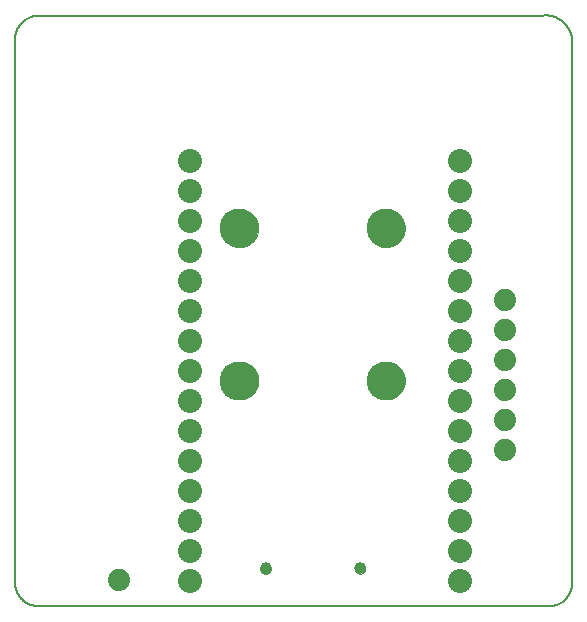
<source format=gbs>
G75*
%MOIN*%
%OFA0B0*%
%FSLAX25Y25*%
%IPPOS*%
%LPD*%
%AMOC8*
5,1,8,0,0,1.08239X$1,22.5*
%
%ADD10C,0.00700*%
%ADD11C,0.00000*%
%ADD12C,0.12998*%
%ADD13C,0.03900*%
%ADD14C,0.08000*%
%ADD15C,0.07400*%
D10*
X0016222Y0028529D02*
X0186207Y0028529D01*
X0186397Y0028531D01*
X0186587Y0028538D01*
X0186777Y0028550D01*
X0186967Y0028566D01*
X0187156Y0028586D01*
X0187345Y0028612D01*
X0187533Y0028641D01*
X0187720Y0028676D01*
X0187906Y0028715D01*
X0188091Y0028758D01*
X0188276Y0028806D01*
X0188459Y0028858D01*
X0188640Y0028914D01*
X0188820Y0028975D01*
X0188999Y0029041D01*
X0189176Y0029110D01*
X0189352Y0029184D01*
X0189525Y0029262D01*
X0189697Y0029345D01*
X0189866Y0029431D01*
X0190034Y0029521D01*
X0190199Y0029616D01*
X0190362Y0029714D01*
X0190522Y0029817D01*
X0190680Y0029923D01*
X0190835Y0030033D01*
X0190988Y0030146D01*
X0191138Y0030264D01*
X0191284Y0030385D01*
X0191428Y0030509D01*
X0191569Y0030637D01*
X0191707Y0030768D01*
X0191842Y0030903D01*
X0191973Y0031041D01*
X0192101Y0031182D01*
X0192225Y0031326D01*
X0192346Y0031472D01*
X0192464Y0031622D01*
X0192577Y0031775D01*
X0192687Y0031930D01*
X0192793Y0032088D01*
X0192896Y0032248D01*
X0192994Y0032411D01*
X0193089Y0032576D01*
X0193179Y0032744D01*
X0193265Y0032913D01*
X0193348Y0033085D01*
X0193426Y0033258D01*
X0193500Y0033434D01*
X0193569Y0033611D01*
X0193635Y0033790D01*
X0193696Y0033970D01*
X0193752Y0034151D01*
X0193804Y0034334D01*
X0193852Y0034519D01*
X0193895Y0034704D01*
X0193934Y0034890D01*
X0193969Y0035077D01*
X0193998Y0035265D01*
X0194024Y0035454D01*
X0194044Y0035643D01*
X0194060Y0035833D01*
X0194072Y0036023D01*
X0194079Y0036213D01*
X0194081Y0036403D01*
X0194081Y0217506D01*
X0194080Y0217505D02*
X0194054Y0217719D01*
X0194023Y0217932D01*
X0193986Y0218144D01*
X0193944Y0218356D01*
X0193897Y0218566D01*
X0193845Y0218775D01*
X0193788Y0218983D01*
X0193726Y0219189D01*
X0193659Y0219394D01*
X0193588Y0219597D01*
X0193511Y0219798D01*
X0193429Y0219997D01*
X0193343Y0220195D01*
X0193252Y0220390D01*
X0193156Y0220583D01*
X0193055Y0220773D01*
X0192950Y0220961D01*
X0192841Y0221147D01*
X0192727Y0221329D01*
X0192608Y0221509D01*
X0192486Y0221686D01*
X0192359Y0221860D01*
X0192228Y0222031D01*
X0192092Y0222199D01*
X0191953Y0222363D01*
X0191810Y0222524D01*
X0191663Y0222682D01*
X0191512Y0222835D01*
X0191358Y0222986D01*
X0191200Y0223132D01*
X0191038Y0223275D01*
X0190874Y0223413D01*
X0190705Y0223548D01*
X0190534Y0223678D01*
X0190360Y0223804D01*
X0190182Y0223926D01*
X0190002Y0224044D01*
X0189818Y0224157D01*
X0189633Y0224266D01*
X0189444Y0224371D01*
X0189253Y0224470D01*
X0189060Y0224565D01*
X0188864Y0224656D01*
X0188667Y0224741D01*
X0188467Y0224822D01*
X0188266Y0224898D01*
X0188062Y0224969D01*
X0187857Y0225035D01*
X0187651Y0225097D01*
X0187443Y0225153D01*
X0187234Y0225204D01*
X0187023Y0225250D01*
X0186812Y0225291D01*
X0186599Y0225327D01*
X0186386Y0225358D01*
X0186172Y0225383D01*
X0185958Y0225404D01*
X0185743Y0225419D01*
X0185528Y0225429D01*
X0185313Y0225434D01*
X0185097Y0225433D01*
X0184882Y0225428D01*
X0184667Y0225417D01*
X0184452Y0225401D01*
X0184238Y0225379D01*
X0184238Y0225380D02*
X0016222Y0225380D01*
X0016032Y0225378D01*
X0015842Y0225371D01*
X0015652Y0225359D01*
X0015462Y0225343D01*
X0015273Y0225323D01*
X0015084Y0225297D01*
X0014896Y0225268D01*
X0014709Y0225233D01*
X0014523Y0225194D01*
X0014338Y0225151D01*
X0014153Y0225103D01*
X0013970Y0225051D01*
X0013789Y0224995D01*
X0013609Y0224934D01*
X0013430Y0224868D01*
X0013253Y0224799D01*
X0013077Y0224725D01*
X0012904Y0224647D01*
X0012732Y0224564D01*
X0012563Y0224478D01*
X0012395Y0224388D01*
X0012230Y0224293D01*
X0012067Y0224195D01*
X0011907Y0224092D01*
X0011749Y0223986D01*
X0011594Y0223876D01*
X0011441Y0223763D01*
X0011291Y0223645D01*
X0011145Y0223524D01*
X0011001Y0223400D01*
X0010860Y0223272D01*
X0010722Y0223141D01*
X0010587Y0223006D01*
X0010456Y0222868D01*
X0010328Y0222727D01*
X0010204Y0222583D01*
X0010083Y0222437D01*
X0009965Y0222287D01*
X0009852Y0222134D01*
X0009742Y0221979D01*
X0009636Y0221821D01*
X0009533Y0221661D01*
X0009435Y0221498D01*
X0009340Y0221333D01*
X0009250Y0221165D01*
X0009164Y0220996D01*
X0009081Y0220824D01*
X0009003Y0220651D01*
X0008929Y0220475D01*
X0008860Y0220298D01*
X0008794Y0220119D01*
X0008733Y0219939D01*
X0008677Y0219758D01*
X0008625Y0219575D01*
X0008577Y0219390D01*
X0008534Y0219205D01*
X0008495Y0219019D01*
X0008460Y0218832D01*
X0008431Y0218644D01*
X0008405Y0218455D01*
X0008385Y0218266D01*
X0008369Y0218076D01*
X0008357Y0217886D01*
X0008350Y0217696D01*
X0008348Y0217506D01*
X0008348Y0036403D01*
X0008350Y0036213D01*
X0008357Y0036023D01*
X0008369Y0035833D01*
X0008385Y0035643D01*
X0008405Y0035454D01*
X0008431Y0035265D01*
X0008460Y0035077D01*
X0008495Y0034890D01*
X0008534Y0034704D01*
X0008577Y0034519D01*
X0008625Y0034334D01*
X0008677Y0034151D01*
X0008733Y0033970D01*
X0008794Y0033790D01*
X0008860Y0033611D01*
X0008929Y0033434D01*
X0009003Y0033258D01*
X0009081Y0033085D01*
X0009164Y0032913D01*
X0009250Y0032744D01*
X0009340Y0032576D01*
X0009435Y0032411D01*
X0009533Y0032248D01*
X0009636Y0032088D01*
X0009742Y0031930D01*
X0009852Y0031775D01*
X0009965Y0031622D01*
X0010083Y0031472D01*
X0010204Y0031326D01*
X0010328Y0031182D01*
X0010456Y0031041D01*
X0010587Y0030903D01*
X0010722Y0030768D01*
X0010860Y0030637D01*
X0011001Y0030509D01*
X0011145Y0030385D01*
X0011291Y0030264D01*
X0011441Y0030146D01*
X0011594Y0030033D01*
X0011749Y0029923D01*
X0011907Y0029817D01*
X0012067Y0029714D01*
X0012230Y0029616D01*
X0012395Y0029521D01*
X0012563Y0029431D01*
X0012732Y0029345D01*
X0012904Y0029262D01*
X0013077Y0029184D01*
X0013253Y0029110D01*
X0013430Y0029041D01*
X0013609Y0028975D01*
X0013789Y0028914D01*
X0013970Y0028858D01*
X0014153Y0028806D01*
X0014338Y0028758D01*
X0014523Y0028715D01*
X0014709Y0028676D01*
X0014896Y0028641D01*
X0015084Y0028612D01*
X0015273Y0028586D01*
X0015462Y0028566D01*
X0015652Y0028550D01*
X0015842Y0028538D01*
X0016032Y0028531D01*
X0016222Y0028529D01*
D11*
X0076853Y0103726D02*
X0076855Y0103884D01*
X0076861Y0104042D01*
X0076871Y0104200D01*
X0076885Y0104358D01*
X0076903Y0104515D01*
X0076924Y0104672D01*
X0076950Y0104828D01*
X0076980Y0104984D01*
X0077013Y0105139D01*
X0077051Y0105292D01*
X0077092Y0105445D01*
X0077137Y0105597D01*
X0077186Y0105748D01*
X0077239Y0105897D01*
X0077295Y0106045D01*
X0077355Y0106191D01*
X0077419Y0106336D01*
X0077487Y0106479D01*
X0077558Y0106621D01*
X0077632Y0106761D01*
X0077710Y0106898D01*
X0077792Y0107034D01*
X0077876Y0107168D01*
X0077965Y0107299D01*
X0078056Y0107428D01*
X0078151Y0107555D01*
X0078248Y0107680D01*
X0078349Y0107802D01*
X0078453Y0107921D01*
X0078560Y0108038D01*
X0078670Y0108152D01*
X0078783Y0108263D01*
X0078898Y0108372D01*
X0079016Y0108477D01*
X0079137Y0108579D01*
X0079260Y0108679D01*
X0079386Y0108775D01*
X0079514Y0108868D01*
X0079644Y0108958D01*
X0079777Y0109044D01*
X0079912Y0109128D01*
X0080048Y0109207D01*
X0080187Y0109284D01*
X0080328Y0109356D01*
X0080470Y0109426D01*
X0080614Y0109491D01*
X0080760Y0109553D01*
X0080907Y0109611D01*
X0081056Y0109666D01*
X0081206Y0109717D01*
X0081357Y0109764D01*
X0081509Y0109807D01*
X0081662Y0109846D01*
X0081817Y0109882D01*
X0081972Y0109913D01*
X0082128Y0109941D01*
X0082284Y0109965D01*
X0082441Y0109985D01*
X0082599Y0110001D01*
X0082756Y0110013D01*
X0082915Y0110021D01*
X0083073Y0110025D01*
X0083231Y0110025D01*
X0083389Y0110021D01*
X0083548Y0110013D01*
X0083705Y0110001D01*
X0083863Y0109985D01*
X0084020Y0109965D01*
X0084176Y0109941D01*
X0084332Y0109913D01*
X0084487Y0109882D01*
X0084642Y0109846D01*
X0084795Y0109807D01*
X0084947Y0109764D01*
X0085098Y0109717D01*
X0085248Y0109666D01*
X0085397Y0109611D01*
X0085544Y0109553D01*
X0085690Y0109491D01*
X0085834Y0109426D01*
X0085976Y0109356D01*
X0086117Y0109284D01*
X0086256Y0109207D01*
X0086392Y0109128D01*
X0086527Y0109044D01*
X0086660Y0108958D01*
X0086790Y0108868D01*
X0086918Y0108775D01*
X0087044Y0108679D01*
X0087167Y0108579D01*
X0087288Y0108477D01*
X0087406Y0108372D01*
X0087521Y0108263D01*
X0087634Y0108152D01*
X0087744Y0108038D01*
X0087851Y0107921D01*
X0087955Y0107802D01*
X0088056Y0107680D01*
X0088153Y0107555D01*
X0088248Y0107428D01*
X0088339Y0107299D01*
X0088428Y0107168D01*
X0088512Y0107034D01*
X0088594Y0106898D01*
X0088672Y0106761D01*
X0088746Y0106621D01*
X0088817Y0106479D01*
X0088885Y0106336D01*
X0088949Y0106191D01*
X0089009Y0106045D01*
X0089065Y0105897D01*
X0089118Y0105748D01*
X0089167Y0105597D01*
X0089212Y0105445D01*
X0089253Y0105292D01*
X0089291Y0105139D01*
X0089324Y0104984D01*
X0089354Y0104828D01*
X0089380Y0104672D01*
X0089401Y0104515D01*
X0089419Y0104358D01*
X0089433Y0104200D01*
X0089443Y0104042D01*
X0089449Y0103884D01*
X0089451Y0103726D01*
X0089449Y0103568D01*
X0089443Y0103410D01*
X0089433Y0103252D01*
X0089419Y0103094D01*
X0089401Y0102937D01*
X0089380Y0102780D01*
X0089354Y0102624D01*
X0089324Y0102468D01*
X0089291Y0102313D01*
X0089253Y0102160D01*
X0089212Y0102007D01*
X0089167Y0101855D01*
X0089118Y0101704D01*
X0089065Y0101555D01*
X0089009Y0101407D01*
X0088949Y0101261D01*
X0088885Y0101116D01*
X0088817Y0100973D01*
X0088746Y0100831D01*
X0088672Y0100691D01*
X0088594Y0100554D01*
X0088512Y0100418D01*
X0088428Y0100284D01*
X0088339Y0100153D01*
X0088248Y0100024D01*
X0088153Y0099897D01*
X0088056Y0099772D01*
X0087955Y0099650D01*
X0087851Y0099531D01*
X0087744Y0099414D01*
X0087634Y0099300D01*
X0087521Y0099189D01*
X0087406Y0099080D01*
X0087288Y0098975D01*
X0087167Y0098873D01*
X0087044Y0098773D01*
X0086918Y0098677D01*
X0086790Y0098584D01*
X0086660Y0098494D01*
X0086527Y0098408D01*
X0086392Y0098324D01*
X0086256Y0098245D01*
X0086117Y0098168D01*
X0085976Y0098096D01*
X0085834Y0098026D01*
X0085690Y0097961D01*
X0085544Y0097899D01*
X0085397Y0097841D01*
X0085248Y0097786D01*
X0085098Y0097735D01*
X0084947Y0097688D01*
X0084795Y0097645D01*
X0084642Y0097606D01*
X0084487Y0097570D01*
X0084332Y0097539D01*
X0084176Y0097511D01*
X0084020Y0097487D01*
X0083863Y0097467D01*
X0083705Y0097451D01*
X0083548Y0097439D01*
X0083389Y0097431D01*
X0083231Y0097427D01*
X0083073Y0097427D01*
X0082915Y0097431D01*
X0082756Y0097439D01*
X0082599Y0097451D01*
X0082441Y0097467D01*
X0082284Y0097487D01*
X0082128Y0097511D01*
X0081972Y0097539D01*
X0081817Y0097570D01*
X0081662Y0097606D01*
X0081509Y0097645D01*
X0081357Y0097688D01*
X0081206Y0097735D01*
X0081056Y0097786D01*
X0080907Y0097841D01*
X0080760Y0097899D01*
X0080614Y0097961D01*
X0080470Y0098026D01*
X0080328Y0098096D01*
X0080187Y0098168D01*
X0080048Y0098245D01*
X0079912Y0098324D01*
X0079777Y0098408D01*
X0079644Y0098494D01*
X0079514Y0098584D01*
X0079386Y0098677D01*
X0079260Y0098773D01*
X0079137Y0098873D01*
X0079016Y0098975D01*
X0078898Y0099080D01*
X0078783Y0099189D01*
X0078670Y0099300D01*
X0078560Y0099414D01*
X0078453Y0099531D01*
X0078349Y0099650D01*
X0078248Y0099772D01*
X0078151Y0099897D01*
X0078056Y0100024D01*
X0077965Y0100153D01*
X0077876Y0100284D01*
X0077792Y0100418D01*
X0077710Y0100554D01*
X0077632Y0100691D01*
X0077558Y0100831D01*
X0077487Y0100973D01*
X0077419Y0101116D01*
X0077355Y0101261D01*
X0077295Y0101407D01*
X0077239Y0101555D01*
X0077186Y0101704D01*
X0077137Y0101855D01*
X0077092Y0102007D01*
X0077051Y0102160D01*
X0077013Y0102313D01*
X0076980Y0102468D01*
X0076950Y0102624D01*
X0076924Y0102780D01*
X0076903Y0102937D01*
X0076885Y0103094D01*
X0076871Y0103252D01*
X0076861Y0103410D01*
X0076855Y0103568D01*
X0076853Y0103726D01*
X0076853Y0154513D02*
X0076855Y0154671D01*
X0076861Y0154829D01*
X0076871Y0154987D01*
X0076885Y0155145D01*
X0076903Y0155302D01*
X0076924Y0155459D01*
X0076950Y0155615D01*
X0076980Y0155771D01*
X0077013Y0155926D01*
X0077051Y0156079D01*
X0077092Y0156232D01*
X0077137Y0156384D01*
X0077186Y0156535D01*
X0077239Y0156684D01*
X0077295Y0156832D01*
X0077355Y0156978D01*
X0077419Y0157123D01*
X0077487Y0157266D01*
X0077558Y0157408D01*
X0077632Y0157548D01*
X0077710Y0157685D01*
X0077792Y0157821D01*
X0077876Y0157955D01*
X0077965Y0158086D01*
X0078056Y0158215D01*
X0078151Y0158342D01*
X0078248Y0158467D01*
X0078349Y0158589D01*
X0078453Y0158708D01*
X0078560Y0158825D01*
X0078670Y0158939D01*
X0078783Y0159050D01*
X0078898Y0159159D01*
X0079016Y0159264D01*
X0079137Y0159366D01*
X0079260Y0159466D01*
X0079386Y0159562D01*
X0079514Y0159655D01*
X0079644Y0159745D01*
X0079777Y0159831D01*
X0079912Y0159915D01*
X0080048Y0159994D01*
X0080187Y0160071D01*
X0080328Y0160143D01*
X0080470Y0160213D01*
X0080614Y0160278D01*
X0080760Y0160340D01*
X0080907Y0160398D01*
X0081056Y0160453D01*
X0081206Y0160504D01*
X0081357Y0160551D01*
X0081509Y0160594D01*
X0081662Y0160633D01*
X0081817Y0160669D01*
X0081972Y0160700D01*
X0082128Y0160728D01*
X0082284Y0160752D01*
X0082441Y0160772D01*
X0082599Y0160788D01*
X0082756Y0160800D01*
X0082915Y0160808D01*
X0083073Y0160812D01*
X0083231Y0160812D01*
X0083389Y0160808D01*
X0083548Y0160800D01*
X0083705Y0160788D01*
X0083863Y0160772D01*
X0084020Y0160752D01*
X0084176Y0160728D01*
X0084332Y0160700D01*
X0084487Y0160669D01*
X0084642Y0160633D01*
X0084795Y0160594D01*
X0084947Y0160551D01*
X0085098Y0160504D01*
X0085248Y0160453D01*
X0085397Y0160398D01*
X0085544Y0160340D01*
X0085690Y0160278D01*
X0085834Y0160213D01*
X0085976Y0160143D01*
X0086117Y0160071D01*
X0086256Y0159994D01*
X0086392Y0159915D01*
X0086527Y0159831D01*
X0086660Y0159745D01*
X0086790Y0159655D01*
X0086918Y0159562D01*
X0087044Y0159466D01*
X0087167Y0159366D01*
X0087288Y0159264D01*
X0087406Y0159159D01*
X0087521Y0159050D01*
X0087634Y0158939D01*
X0087744Y0158825D01*
X0087851Y0158708D01*
X0087955Y0158589D01*
X0088056Y0158467D01*
X0088153Y0158342D01*
X0088248Y0158215D01*
X0088339Y0158086D01*
X0088428Y0157955D01*
X0088512Y0157821D01*
X0088594Y0157685D01*
X0088672Y0157548D01*
X0088746Y0157408D01*
X0088817Y0157266D01*
X0088885Y0157123D01*
X0088949Y0156978D01*
X0089009Y0156832D01*
X0089065Y0156684D01*
X0089118Y0156535D01*
X0089167Y0156384D01*
X0089212Y0156232D01*
X0089253Y0156079D01*
X0089291Y0155926D01*
X0089324Y0155771D01*
X0089354Y0155615D01*
X0089380Y0155459D01*
X0089401Y0155302D01*
X0089419Y0155145D01*
X0089433Y0154987D01*
X0089443Y0154829D01*
X0089449Y0154671D01*
X0089451Y0154513D01*
X0089449Y0154355D01*
X0089443Y0154197D01*
X0089433Y0154039D01*
X0089419Y0153881D01*
X0089401Y0153724D01*
X0089380Y0153567D01*
X0089354Y0153411D01*
X0089324Y0153255D01*
X0089291Y0153100D01*
X0089253Y0152947D01*
X0089212Y0152794D01*
X0089167Y0152642D01*
X0089118Y0152491D01*
X0089065Y0152342D01*
X0089009Y0152194D01*
X0088949Y0152048D01*
X0088885Y0151903D01*
X0088817Y0151760D01*
X0088746Y0151618D01*
X0088672Y0151478D01*
X0088594Y0151341D01*
X0088512Y0151205D01*
X0088428Y0151071D01*
X0088339Y0150940D01*
X0088248Y0150811D01*
X0088153Y0150684D01*
X0088056Y0150559D01*
X0087955Y0150437D01*
X0087851Y0150318D01*
X0087744Y0150201D01*
X0087634Y0150087D01*
X0087521Y0149976D01*
X0087406Y0149867D01*
X0087288Y0149762D01*
X0087167Y0149660D01*
X0087044Y0149560D01*
X0086918Y0149464D01*
X0086790Y0149371D01*
X0086660Y0149281D01*
X0086527Y0149195D01*
X0086392Y0149111D01*
X0086256Y0149032D01*
X0086117Y0148955D01*
X0085976Y0148883D01*
X0085834Y0148813D01*
X0085690Y0148748D01*
X0085544Y0148686D01*
X0085397Y0148628D01*
X0085248Y0148573D01*
X0085098Y0148522D01*
X0084947Y0148475D01*
X0084795Y0148432D01*
X0084642Y0148393D01*
X0084487Y0148357D01*
X0084332Y0148326D01*
X0084176Y0148298D01*
X0084020Y0148274D01*
X0083863Y0148254D01*
X0083705Y0148238D01*
X0083548Y0148226D01*
X0083389Y0148218D01*
X0083231Y0148214D01*
X0083073Y0148214D01*
X0082915Y0148218D01*
X0082756Y0148226D01*
X0082599Y0148238D01*
X0082441Y0148254D01*
X0082284Y0148274D01*
X0082128Y0148298D01*
X0081972Y0148326D01*
X0081817Y0148357D01*
X0081662Y0148393D01*
X0081509Y0148432D01*
X0081357Y0148475D01*
X0081206Y0148522D01*
X0081056Y0148573D01*
X0080907Y0148628D01*
X0080760Y0148686D01*
X0080614Y0148748D01*
X0080470Y0148813D01*
X0080328Y0148883D01*
X0080187Y0148955D01*
X0080048Y0149032D01*
X0079912Y0149111D01*
X0079777Y0149195D01*
X0079644Y0149281D01*
X0079514Y0149371D01*
X0079386Y0149464D01*
X0079260Y0149560D01*
X0079137Y0149660D01*
X0079016Y0149762D01*
X0078898Y0149867D01*
X0078783Y0149976D01*
X0078670Y0150087D01*
X0078560Y0150201D01*
X0078453Y0150318D01*
X0078349Y0150437D01*
X0078248Y0150559D01*
X0078151Y0150684D01*
X0078056Y0150811D01*
X0077965Y0150940D01*
X0077876Y0151071D01*
X0077792Y0151205D01*
X0077710Y0151341D01*
X0077632Y0151478D01*
X0077558Y0151618D01*
X0077487Y0151760D01*
X0077419Y0151903D01*
X0077355Y0152048D01*
X0077295Y0152194D01*
X0077239Y0152342D01*
X0077186Y0152491D01*
X0077137Y0152642D01*
X0077092Y0152794D01*
X0077051Y0152947D01*
X0077013Y0153100D01*
X0076980Y0153255D01*
X0076950Y0153411D01*
X0076924Y0153567D01*
X0076903Y0153724D01*
X0076885Y0153881D01*
X0076871Y0154039D01*
X0076861Y0154197D01*
X0076855Y0154355D01*
X0076853Y0154513D01*
X0125672Y0154513D02*
X0125674Y0154671D01*
X0125680Y0154829D01*
X0125690Y0154987D01*
X0125704Y0155145D01*
X0125722Y0155302D01*
X0125743Y0155459D01*
X0125769Y0155615D01*
X0125799Y0155771D01*
X0125832Y0155926D01*
X0125870Y0156079D01*
X0125911Y0156232D01*
X0125956Y0156384D01*
X0126005Y0156535D01*
X0126058Y0156684D01*
X0126114Y0156832D01*
X0126174Y0156978D01*
X0126238Y0157123D01*
X0126306Y0157266D01*
X0126377Y0157408D01*
X0126451Y0157548D01*
X0126529Y0157685D01*
X0126611Y0157821D01*
X0126695Y0157955D01*
X0126784Y0158086D01*
X0126875Y0158215D01*
X0126970Y0158342D01*
X0127067Y0158467D01*
X0127168Y0158589D01*
X0127272Y0158708D01*
X0127379Y0158825D01*
X0127489Y0158939D01*
X0127602Y0159050D01*
X0127717Y0159159D01*
X0127835Y0159264D01*
X0127956Y0159366D01*
X0128079Y0159466D01*
X0128205Y0159562D01*
X0128333Y0159655D01*
X0128463Y0159745D01*
X0128596Y0159831D01*
X0128731Y0159915D01*
X0128867Y0159994D01*
X0129006Y0160071D01*
X0129147Y0160143D01*
X0129289Y0160213D01*
X0129433Y0160278D01*
X0129579Y0160340D01*
X0129726Y0160398D01*
X0129875Y0160453D01*
X0130025Y0160504D01*
X0130176Y0160551D01*
X0130328Y0160594D01*
X0130481Y0160633D01*
X0130636Y0160669D01*
X0130791Y0160700D01*
X0130947Y0160728D01*
X0131103Y0160752D01*
X0131260Y0160772D01*
X0131418Y0160788D01*
X0131575Y0160800D01*
X0131734Y0160808D01*
X0131892Y0160812D01*
X0132050Y0160812D01*
X0132208Y0160808D01*
X0132367Y0160800D01*
X0132524Y0160788D01*
X0132682Y0160772D01*
X0132839Y0160752D01*
X0132995Y0160728D01*
X0133151Y0160700D01*
X0133306Y0160669D01*
X0133461Y0160633D01*
X0133614Y0160594D01*
X0133766Y0160551D01*
X0133917Y0160504D01*
X0134067Y0160453D01*
X0134216Y0160398D01*
X0134363Y0160340D01*
X0134509Y0160278D01*
X0134653Y0160213D01*
X0134795Y0160143D01*
X0134936Y0160071D01*
X0135075Y0159994D01*
X0135211Y0159915D01*
X0135346Y0159831D01*
X0135479Y0159745D01*
X0135609Y0159655D01*
X0135737Y0159562D01*
X0135863Y0159466D01*
X0135986Y0159366D01*
X0136107Y0159264D01*
X0136225Y0159159D01*
X0136340Y0159050D01*
X0136453Y0158939D01*
X0136563Y0158825D01*
X0136670Y0158708D01*
X0136774Y0158589D01*
X0136875Y0158467D01*
X0136972Y0158342D01*
X0137067Y0158215D01*
X0137158Y0158086D01*
X0137247Y0157955D01*
X0137331Y0157821D01*
X0137413Y0157685D01*
X0137491Y0157548D01*
X0137565Y0157408D01*
X0137636Y0157266D01*
X0137704Y0157123D01*
X0137768Y0156978D01*
X0137828Y0156832D01*
X0137884Y0156684D01*
X0137937Y0156535D01*
X0137986Y0156384D01*
X0138031Y0156232D01*
X0138072Y0156079D01*
X0138110Y0155926D01*
X0138143Y0155771D01*
X0138173Y0155615D01*
X0138199Y0155459D01*
X0138220Y0155302D01*
X0138238Y0155145D01*
X0138252Y0154987D01*
X0138262Y0154829D01*
X0138268Y0154671D01*
X0138270Y0154513D01*
X0138268Y0154355D01*
X0138262Y0154197D01*
X0138252Y0154039D01*
X0138238Y0153881D01*
X0138220Y0153724D01*
X0138199Y0153567D01*
X0138173Y0153411D01*
X0138143Y0153255D01*
X0138110Y0153100D01*
X0138072Y0152947D01*
X0138031Y0152794D01*
X0137986Y0152642D01*
X0137937Y0152491D01*
X0137884Y0152342D01*
X0137828Y0152194D01*
X0137768Y0152048D01*
X0137704Y0151903D01*
X0137636Y0151760D01*
X0137565Y0151618D01*
X0137491Y0151478D01*
X0137413Y0151341D01*
X0137331Y0151205D01*
X0137247Y0151071D01*
X0137158Y0150940D01*
X0137067Y0150811D01*
X0136972Y0150684D01*
X0136875Y0150559D01*
X0136774Y0150437D01*
X0136670Y0150318D01*
X0136563Y0150201D01*
X0136453Y0150087D01*
X0136340Y0149976D01*
X0136225Y0149867D01*
X0136107Y0149762D01*
X0135986Y0149660D01*
X0135863Y0149560D01*
X0135737Y0149464D01*
X0135609Y0149371D01*
X0135479Y0149281D01*
X0135346Y0149195D01*
X0135211Y0149111D01*
X0135075Y0149032D01*
X0134936Y0148955D01*
X0134795Y0148883D01*
X0134653Y0148813D01*
X0134509Y0148748D01*
X0134363Y0148686D01*
X0134216Y0148628D01*
X0134067Y0148573D01*
X0133917Y0148522D01*
X0133766Y0148475D01*
X0133614Y0148432D01*
X0133461Y0148393D01*
X0133306Y0148357D01*
X0133151Y0148326D01*
X0132995Y0148298D01*
X0132839Y0148274D01*
X0132682Y0148254D01*
X0132524Y0148238D01*
X0132367Y0148226D01*
X0132208Y0148218D01*
X0132050Y0148214D01*
X0131892Y0148214D01*
X0131734Y0148218D01*
X0131575Y0148226D01*
X0131418Y0148238D01*
X0131260Y0148254D01*
X0131103Y0148274D01*
X0130947Y0148298D01*
X0130791Y0148326D01*
X0130636Y0148357D01*
X0130481Y0148393D01*
X0130328Y0148432D01*
X0130176Y0148475D01*
X0130025Y0148522D01*
X0129875Y0148573D01*
X0129726Y0148628D01*
X0129579Y0148686D01*
X0129433Y0148748D01*
X0129289Y0148813D01*
X0129147Y0148883D01*
X0129006Y0148955D01*
X0128867Y0149032D01*
X0128731Y0149111D01*
X0128596Y0149195D01*
X0128463Y0149281D01*
X0128333Y0149371D01*
X0128205Y0149464D01*
X0128079Y0149560D01*
X0127956Y0149660D01*
X0127835Y0149762D01*
X0127717Y0149867D01*
X0127602Y0149976D01*
X0127489Y0150087D01*
X0127379Y0150201D01*
X0127272Y0150318D01*
X0127168Y0150437D01*
X0127067Y0150559D01*
X0126970Y0150684D01*
X0126875Y0150811D01*
X0126784Y0150940D01*
X0126695Y0151071D01*
X0126611Y0151205D01*
X0126529Y0151341D01*
X0126451Y0151478D01*
X0126377Y0151618D01*
X0126306Y0151760D01*
X0126238Y0151903D01*
X0126174Y0152048D01*
X0126114Y0152194D01*
X0126058Y0152342D01*
X0126005Y0152491D01*
X0125956Y0152642D01*
X0125911Y0152794D01*
X0125870Y0152947D01*
X0125832Y0153100D01*
X0125799Y0153255D01*
X0125769Y0153411D01*
X0125743Y0153567D01*
X0125722Y0153724D01*
X0125704Y0153881D01*
X0125690Y0154039D01*
X0125680Y0154197D01*
X0125674Y0154355D01*
X0125672Y0154513D01*
X0125672Y0103726D02*
X0125674Y0103884D01*
X0125680Y0104042D01*
X0125690Y0104200D01*
X0125704Y0104358D01*
X0125722Y0104515D01*
X0125743Y0104672D01*
X0125769Y0104828D01*
X0125799Y0104984D01*
X0125832Y0105139D01*
X0125870Y0105292D01*
X0125911Y0105445D01*
X0125956Y0105597D01*
X0126005Y0105748D01*
X0126058Y0105897D01*
X0126114Y0106045D01*
X0126174Y0106191D01*
X0126238Y0106336D01*
X0126306Y0106479D01*
X0126377Y0106621D01*
X0126451Y0106761D01*
X0126529Y0106898D01*
X0126611Y0107034D01*
X0126695Y0107168D01*
X0126784Y0107299D01*
X0126875Y0107428D01*
X0126970Y0107555D01*
X0127067Y0107680D01*
X0127168Y0107802D01*
X0127272Y0107921D01*
X0127379Y0108038D01*
X0127489Y0108152D01*
X0127602Y0108263D01*
X0127717Y0108372D01*
X0127835Y0108477D01*
X0127956Y0108579D01*
X0128079Y0108679D01*
X0128205Y0108775D01*
X0128333Y0108868D01*
X0128463Y0108958D01*
X0128596Y0109044D01*
X0128731Y0109128D01*
X0128867Y0109207D01*
X0129006Y0109284D01*
X0129147Y0109356D01*
X0129289Y0109426D01*
X0129433Y0109491D01*
X0129579Y0109553D01*
X0129726Y0109611D01*
X0129875Y0109666D01*
X0130025Y0109717D01*
X0130176Y0109764D01*
X0130328Y0109807D01*
X0130481Y0109846D01*
X0130636Y0109882D01*
X0130791Y0109913D01*
X0130947Y0109941D01*
X0131103Y0109965D01*
X0131260Y0109985D01*
X0131418Y0110001D01*
X0131575Y0110013D01*
X0131734Y0110021D01*
X0131892Y0110025D01*
X0132050Y0110025D01*
X0132208Y0110021D01*
X0132367Y0110013D01*
X0132524Y0110001D01*
X0132682Y0109985D01*
X0132839Y0109965D01*
X0132995Y0109941D01*
X0133151Y0109913D01*
X0133306Y0109882D01*
X0133461Y0109846D01*
X0133614Y0109807D01*
X0133766Y0109764D01*
X0133917Y0109717D01*
X0134067Y0109666D01*
X0134216Y0109611D01*
X0134363Y0109553D01*
X0134509Y0109491D01*
X0134653Y0109426D01*
X0134795Y0109356D01*
X0134936Y0109284D01*
X0135075Y0109207D01*
X0135211Y0109128D01*
X0135346Y0109044D01*
X0135479Y0108958D01*
X0135609Y0108868D01*
X0135737Y0108775D01*
X0135863Y0108679D01*
X0135986Y0108579D01*
X0136107Y0108477D01*
X0136225Y0108372D01*
X0136340Y0108263D01*
X0136453Y0108152D01*
X0136563Y0108038D01*
X0136670Y0107921D01*
X0136774Y0107802D01*
X0136875Y0107680D01*
X0136972Y0107555D01*
X0137067Y0107428D01*
X0137158Y0107299D01*
X0137247Y0107168D01*
X0137331Y0107034D01*
X0137413Y0106898D01*
X0137491Y0106761D01*
X0137565Y0106621D01*
X0137636Y0106479D01*
X0137704Y0106336D01*
X0137768Y0106191D01*
X0137828Y0106045D01*
X0137884Y0105897D01*
X0137937Y0105748D01*
X0137986Y0105597D01*
X0138031Y0105445D01*
X0138072Y0105292D01*
X0138110Y0105139D01*
X0138143Y0104984D01*
X0138173Y0104828D01*
X0138199Y0104672D01*
X0138220Y0104515D01*
X0138238Y0104358D01*
X0138252Y0104200D01*
X0138262Y0104042D01*
X0138268Y0103884D01*
X0138270Y0103726D01*
X0138268Y0103568D01*
X0138262Y0103410D01*
X0138252Y0103252D01*
X0138238Y0103094D01*
X0138220Y0102937D01*
X0138199Y0102780D01*
X0138173Y0102624D01*
X0138143Y0102468D01*
X0138110Y0102313D01*
X0138072Y0102160D01*
X0138031Y0102007D01*
X0137986Y0101855D01*
X0137937Y0101704D01*
X0137884Y0101555D01*
X0137828Y0101407D01*
X0137768Y0101261D01*
X0137704Y0101116D01*
X0137636Y0100973D01*
X0137565Y0100831D01*
X0137491Y0100691D01*
X0137413Y0100554D01*
X0137331Y0100418D01*
X0137247Y0100284D01*
X0137158Y0100153D01*
X0137067Y0100024D01*
X0136972Y0099897D01*
X0136875Y0099772D01*
X0136774Y0099650D01*
X0136670Y0099531D01*
X0136563Y0099414D01*
X0136453Y0099300D01*
X0136340Y0099189D01*
X0136225Y0099080D01*
X0136107Y0098975D01*
X0135986Y0098873D01*
X0135863Y0098773D01*
X0135737Y0098677D01*
X0135609Y0098584D01*
X0135479Y0098494D01*
X0135346Y0098408D01*
X0135211Y0098324D01*
X0135075Y0098245D01*
X0134936Y0098168D01*
X0134795Y0098096D01*
X0134653Y0098026D01*
X0134509Y0097961D01*
X0134363Y0097899D01*
X0134216Y0097841D01*
X0134067Y0097786D01*
X0133917Y0097735D01*
X0133766Y0097688D01*
X0133614Y0097645D01*
X0133461Y0097606D01*
X0133306Y0097570D01*
X0133151Y0097539D01*
X0132995Y0097511D01*
X0132839Y0097487D01*
X0132682Y0097467D01*
X0132524Y0097451D01*
X0132367Y0097439D01*
X0132208Y0097431D01*
X0132050Y0097427D01*
X0131892Y0097427D01*
X0131734Y0097431D01*
X0131575Y0097439D01*
X0131418Y0097451D01*
X0131260Y0097467D01*
X0131103Y0097487D01*
X0130947Y0097511D01*
X0130791Y0097539D01*
X0130636Y0097570D01*
X0130481Y0097606D01*
X0130328Y0097645D01*
X0130176Y0097688D01*
X0130025Y0097735D01*
X0129875Y0097786D01*
X0129726Y0097841D01*
X0129579Y0097899D01*
X0129433Y0097961D01*
X0129289Y0098026D01*
X0129147Y0098096D01*
X0129006Y0098168D01*
X0128867Y0098245D01*
X0128731Y0098324D01*
X0128596Y0098408D01*
X0128463Y0098494D01*
X0128333Y0098584D01*
X0128205Y0098677D01*
X0128079Y0098773D01*
X0127956Y0098873D01*
X0127835Y0098975D01*
X0127717Y0099080D01*
X0127602Y0099189D01*
X0127489Y0099300D01*
X0127379Y0099414D01*
X0127272Y0099531D01*
X0127168Y0099650D01*
X0127067Y0099772D01*
X0126970Y0099897D01*
X0126875Y0100024D01*
X0126784Y0100153D01*
X0126695Y0100284D01*
X0126611Y0100418D01*
X0126529Y0100554D01*
X0126451Y0100691D01*
X0126377Y0100831D01*
X0126306Y0100973D01*
X0126238Y0101116D01*
X0126174Y0101261D01*
X0126114Y0101407D01*
X0126058Y0101555D01*
X0126005Y0101704D01*
X0125956Y0101855D01*
X0125911Y0102007D01*
X0125870Y0102160D01*
X0125832Y0102313D01*
X0125799Y0102468D01*
X0125769Y0102624D01*
X0125743Y0102780D01*
X0125722Y0102937D01*
X0125704Y0103094D01*
X0125690Y0103252D01*
X0125680Y0103410D01*
X0125674Y0103568D01*
X0125672Y0103726D01*
X0121614Y0041100D02*
X0121616Y0041183D01*
X0121622Y0041266D01*
X0121632Y0041349D01*
X0121646Y0041431D01*
X0121663Y0041513D01*
X0121685Y0041593D01*
X0121710Y0041672D01*
X0121739Y0041750D01*
X0121772Y0041827D01*
X0121809Y0041902D01*
X0121848Y0041975D01*
X0121892Y0042046D01*
X0121938Y0042115D01*
X0121988Y0042182D01*
X0122041Y0042246D01*
X0122097Y0042308D01*
X0122156Y0042367D01*
X0122218Y0042423D01*
X0122282Y0042476D01*
X0122349Y0042526D01*
X0122418Y0042572D01*
X0122489Y0042616D01*
X0122562Y0042655D01*
X0122637Y0042692D01*
X0122714Y0042725D01*
X0122792Y0042754D01*
X0122871Y0042779D01*
X0122951Y0042801D01*
X0123033Y0042818D01*
X0123115Y0042832D01*
X0123198Y0042842D01*
X0123281Y0042848D01*
X0123364Y0042850D01*
X0123447Y0042848D01*
X0123530Y0042842D01*
X0123613Y0042832D01*
X0123695Y0042818D01*
X0123777Y0042801D01*
X0123857Y0042779D01*
X0123936Y0042754D01*
X0124014Y0042725D01*
X0124091Y0042692D01*
X0124166Y0042655D01*
X0124239Y0042616D01*
X0124310Y0042572D01*
X0124379Y0042526D01*
X0124446Y0042476D01*
X0124510Y0042423D01*
X0124572Y0042367D01*
X0124631Y0042308D01*
X0124687Y0042246D01*
X0124740Y0042182D01*
X0124790Y0042115D01*
X0124836Y0042046D01*
X0124880Y0041975D01*
X0124919Y0041902D01*
X0124956Y0041827D01*
X0124989Y0041750D01*
X0125018Y0041672D01*
X0125043Y0041593D01*
X0125065Y0041513D01*
X0125082Y0041431D01*
X0125096Y0041349D01*
X0125106Y0041266D01*
X0125112Y0041183D01*
X0125114Y0041100D01*
X0125112Y0041017D01*
X0125106Y0040934D01*
X0125096Y0040851D01*
X0125082Y0040769D01*
X0125065Y0040687D01*
X0125043Y0040607D01*
X0125018Y0040528D01*
X0124989Y0040450D01*
X0124956Y0040373D01*
X0124919Y0040298D01*
X0124880Y0040225D01*
X0124836Y0040154D01*
X0124790Y0040085D01*
X0124740Y0040018D01*
X0124687Y0039954D01*
X0124631Y0039892D01*
X0124572Y0039833D01*
X0124510Y0039777D01*
X0124446Y0039724D01*
X0124379Y0039674D01*
X0124310Y0039628D01*
X0124239Y0039584D01*
X0124166Y0039545D01*
X0124091Y0039508D01*
X0124014Y0039475D01*
X0123936Y0039446D01*
X0123857Y0039421D01*
X0123777Y0039399D01*
X0123695Y0039382D01*
X0123613Y0039368D01*
X0123530Y0039358D01*
X0123447Y0039352D01*
X0123364Y0039350D01*
X0123281Y0039352D01*
X0123198Y0039358D01*
X0123115Y0039368D01*
X0123033Y0039382D01*
X0122951Y0039399D01*
X0122871Y0039421D01*
X0122792Y0039446D01*
X0122714Y0039475D01*
X0122637Y0039508D01*
X0122562Y0039545D01*
X0122489Y0039584D01*
X0122418Y0039628D01*
X0122349Y0039674D01*
X0122282Y0039724D01*
X0122218Y0039777D01*
X0122156Y0039833D01*
X0122097Y0039892D01*
X0122041Y0039954D01*
X0121988Y0040018D01*
X0121938Y0040085D01*
X0121892Y0040154D01*
X0121848Y0040225D01*
X0121809Y0040298D01*
X0121772Y0040373D01*
X0121739Y0040450D01*
X0121710Y0040528D01*
X0121685Y0040607D01*
X0121663Y0040687D01*
X0121646Y0040769D01*
X0121632Y0040851D01*
X0121622Y0040934D01*
X0121616Y0041017D01*
X0121614Y0041100D01*
X0090118Y0041100D02*
X0090120Y0041183D01*
X0090126Y0041266D01*
X0090136Y0041349D01*
X0090150Y0041431D01*
X0090167Y0041513D01*
X0090189Y0041593D01*
X0090214Y0041672D01*
X0090243Y0041750D01*
X0090276Y0041827D01*
X0090313Y0041902D01*
X0090352Y0041975D01*
X0090396Y0042046D01*
X0090442Y0042115D01*
X0090492Y0042182D01*
X0090545Y0042246D01*
X0090601Y0042308D01*
X0090660Y0042367D01*
X0090722Y0042423D01*
X0090786Y0042476D01*
X0090853Y0042526D01*
X0090922Y0042572D01*
X0090993Y0042616D01*
X0091066Y0042655D01*
X0091141Y0042692D01*
X0091218Y0042725D01*
X0091296Y0042754D01*
X0091375Y0042779D01*
X0091455Y0042801D01*
X0091537Y0042818D01*
X0091619Y0042832D01*
X0091702Y0042842D01*
X0091785Y0042848D01*
X0091868Y0042850D01*
X0091951Y0042848D01*
X0092034Y0042842D01*
X0092117Y0042832D01*
X0092199Y0042818D01*
X0092281Y0042801D01*
X0092361Y0042779D01*
X0092440Y0042754D01*
X0092518Y0042725D01*
X0092595Y0042692D01*
X0092670Y0042655D01*
X0092743Y0042616D01*
X0092814Y0042572D01*
X0092883Y0042526D01*
X0092950Y0042476D01*
X0093014Y0042423D01*
X0093076Y0042367D01*
X0093135Y0042308D01*
X0093191Y0042246D01*
X0093244Y0042182D01*
X0093294Y0042115D01*
X0093340Y0042046D01*
X0093384Y0041975D01*
X0093423Y0041902D01*
X0093460Y0041827D01*
X0093493Y0041750D01*
X0093522Y0041672D01*
X0093547Y0041593D01*
X0093569Y0041513D01*
X0093586Y0041431D01*
X0093600Y0041349D01*
X0093610Y0041266D01*
X0093616Y0041183D01*
X0093618Y0041100D01*
X0093616Y0041017D01*
X0093610Y0040934D01*
X0093600Y0040851D01*
X0093586Y0040769D01*
X0093569Y0040687D01*
X0093547Y0040607D01*
X0093522Y0040528D01*
X0093493Y0040450D01*
X0093460Y0040373D01*
X0093423Y0040298D01*
X0093384Y0040225D01*
X0093340Y0040154D01*
X0093294Y0040085D01*
X0093244Y0040018D01*
X0093191Y0039954D01*
X0093135Y0039892D01*
X0093076Y0039833D01*
X0093014Y0039777D01*
X0092950Y0039724D01*
X0092883Y0039674D01*
X0092814Y0039628D01*
X0092743Y0039584D01*
X0092670Y0039545D01*
X0092595Y0039508D01*
X0092518Y0039475D01*
X0092440Y0039446D01*
X0092361Y0039421D01*
X0092281Y0039399D01*
X0092199Y0039382D01*
X0092117Y0039368D01*
X0092034Y0039358D01*
X0091951Y0039352D01*
X0091868Y0039350D01*
X0091785Y0039352D01*
X0091702Y0039358D01*
X0091619Y0039368D01*
X0091537Y0039382D01*
X0091455Y0039399D01*
X0091375Y0039421D01*
X0091296Y0039446D01*
X0091218Y0039475D01*
X0091141Y0039508D01*
X0091066Y0039545D01*
X0090993Y0039584D01*
X0090922Y0039628D01*
X0090853Y0039674D01*
X0090786Y0039724D01*
X0090722Y0039777D01*
X0090660Y0039833D01*
X0090601Y0039892D01*
X0090545Y0039954D01*
X0090492Y0040018D01*
X0090442Y0040085D01*
X0090396Y0040154D01*
X0090352Y0040225D01*
X0090313Y0040298D01*
X0090276Y0040373D01*
X0090243Y0040450D01*
X0090214Y0040528D01*
X0090189Y0040607D01*
X0090167Y0040687D01*
X0090150Y0040769D01*
X0090136Y0040851D01*
X0090126Y0040934D01*
X0090120Y0041017D01*
X0090118Y0041100D01*
D12*
X0083152Y0103726D03*
X0083152Y0154513D03*
X0131971Y0154513D03*
X0131971Y0103726D03*
D13*
X0123364Y0041100D03*
X0091868Y0041100D03*
D14*
X0066616Y0036876D03*
X0066616Y0046876D03*
X0066616Y0056876D03*
X0066616Y0066876D03*
X0066616Y0076876D03*
X0066616Y0086876D03*
X0066616Y0096876D03*
X0066616Y0106876D03*
X0066616Y0116876D03*
X0066616Y0126876D03*
X0066616Y0136876D03*
X0066616Y0146876D03*
X0066616Y0156876D03*
X0066616Y0166876D03*
X0066616Y0176876D03*
X0156616Y0176876D03*
X0156616Y0166876D03*
X0156616Y0156876D03*
X0156616Y0146876D03*
X0156616Y0136876D03*
X0156616Y0126876D03*
X0156616Y0116876D03*
X0156616Y0106876D03*
X0156616Y0096876D03*
X0156616Y0086876D03*
X0156616Y0076876D03*
X0156616Y0066876D03*
X0156616Y0056876D03*
X0156616Y0046876D03*
X0156616Y0036876D03*
D15*
X0171656Y0080576D03*
X0171656Y0090576D03*
X0171656Y0100576D03*
X0171656Y0110576D03*
X0171656Y0120576D03*
X0171656Y0130576D03*
X0042994Y0037191D03*
M02*

</source>
